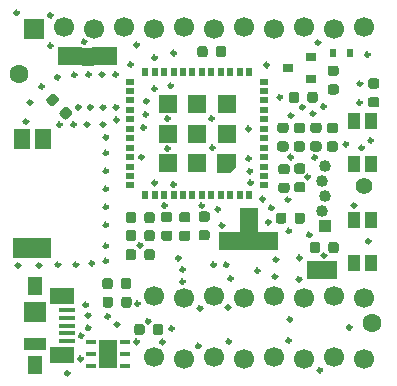
<source format=gbr>
%TF.GenerationSoftware,KiCad,Pcbnew,(5.1.8)-1*%
%TF.CreationDate,2021-03-28T09:39:19+02:00*%
%TF.ProjectId,KETCube_mainboard,4b455443-7562-4655-9f6d-61696e626f61,I*%
%TF.SameCoordinates,Original*%
%TF.FileFunction,Soldermask,Top*%
%TF.FilePolarity,Negative*%
%FSLAX46Y46*%
G04 Gerber Fmt 4.6, Leading zero omitted, Abs format (unit mm)*
G04 Created by KiCad (PCBNEW (5.1.8)-1) date 2021-03-28 09:39:19*
%MOMM*%
%LPD*%
G01*
G04 APERTURE LIST*
%ADD10C,0.300000*%
%ADD11C,0.100000*%
%ADD12C,0.050000*%
%ADD13R,0.600000X0.700000*%
%ADD14R,1.000000X1.000000*%
%ADD15R,1.600000X1.600000*%
%ADD16R,0.500000X0.800000*%
%ADD17R,0.800000X0.500000*%
%ADD18C,1.700000*%
%ADD19R,1.700000X1.700000*%
%ADD20C,1.010000*%
%ADD21R,1.010000X1.010000*%
%ADD22C,1.600000*%
%ADD23R,1.500000X2.400000*%
%ADD24R,0.860000X0.420000*%
%ADD25C,1.400000*%
%ADD26R,1.050000X1.400000*%
%ADD27R,1.500000X1.500000*%
%ADD28R,0.900000X0.800000*%
%ADD29R,1.300000X1.650000*%
%ADD30R,1.900000X1.000000*%
%ADD31R,1.900000X1.800000*%
%ADD32R,2.100000X1.425000*%
%ADD33R,1.380000X0.450000*%
%ADD34R,1.450000X1.700000*%
%ADD35R,3.200000X1.700000*%
G04 APERTURE END LIST*
D10*
X157604600Y-92316300D02*
G75*
G03*
X157604600Y-92316300I-150000J0D01*
G01*
X158544400Y-104330500D02*
G75*
G03*
X158544400Y-104330500I-150000J0D01*
G01*
X155737700Y-92481400D02*
G75*
G03*
X155737700Y-92481400I-150000J0D01*
G01*
X138224400Y-86233000D02*
G75*
G03*
X138224400Y-86233000I-150000J0D01*
G01*
X150416400Y-108712000D02*
G75*
G03*
X150416400Y-108712000I-150000J0D01*
G01*
X150467200Y-111607600D02*
G75*
G03*
X150467200Y-111607600I-150000J0D01*
G01*
X158176100Y-114033300D02*
G75*
G03*
X158176100Y-114033300I-150000J0D01*
G01*
X156410800Y-106337100D02*
G75*
G03*
X156410800Y-106337100I-150000J0D01*
G01*
X155636100Y-109728000D02*
G75*
G03*
X155636100Y-109728000I-150000J0D01*
G01*
X155534500Y-111518700D02*
G75*
G03*
X155534500Y-111518700I-150000J0D01*
G01*
X160678000Y-110413800D02*
G75*
G03*
X160678000Y-110413800I-150000J0D01*
G01*
X162278200Y-103124000D02*
G75*
G03*
X162278200Y-103124000I-150000J0D01*
G01*
X150619600Y-106273600D02*
G75*
G03*
X150619600Y-106273600I-150000J0D01*
G01*
X154378800Y-106121200D02*
G75*
G03*
X154378800Y-106121200I-150000J0D01*
G01*
X154467700Y-104686100D02*
G75*
G03*
X154467700Y-104686100I-150000J0D01*
G01*
X149883000Y-101777800D02*
G75*
G03*
X149883000Y-101777800I-150000J0D01*
G01*
X143431400Y-92379800D02*
G75*
G03*
X143431400Y-92379800I-150000J0D01*
G01*
X132509400Y-83781900D02*
G75*
G03*
X132509400Y-83781900I-150000J0D01*
G01*
X135366900Y-83997800D02*
G75*
G03*
X135366900Y-83997800I-150000J0D01*
G01*
X158023700Y-86309200D02*
G75*
G03*
X158023700Y-86309200I-150000J0D01*
G01*
X154785200Y-90919300D02*
G75*
G03*
X154785200Y-90919300I-150000J0D01*
G01*
X153667600Y-88201500D02*
G75*
G03*
X153667600Y-88201500I-150000J0D01*
G01*
X162202000Y-87312500D02*
G75*
G03*
X162202000Y-87312500I-150000J0D01*
G01*
X161719400Y-95211900D02*
G75*
G03*
X161719400Y-95211900I-150000J0D01*
G01*
X134617600Y-90017600D02*
G75*
G03*
X134617600Y-90017600I-150000J0D01*
G01*
X135963800Y-89230200D02*
G75*
G03*
X135963800Y-89230200I-150000J0D01*
G01*
X137386200Y-89027000D02*
G75*
G03*
X137386200Y-89027000I-150000J0D01*
G01*
X138605400Y-89001600D02*
G75*
G03*
X138605400Y-89001600I-150000J0D01*
G01*
X139748400Y-89001600D02*
G75*
G03*
X139748400Y-89001600I-150000J0D01*
G01*
X140891400Y-89001600D02*
G75*
G03*
X140891400Y-89001600I-150000J0D01*
G01*
X140916800Y-91770200D02*
G75*
G03*
X140916800Y-91770200I-150000J0D01*
G01*
X139824600Y-91770200D02*
G75*
G03*
X139824600Y-91770200I-150000J0D01*
G01*
X138732400Y-91770200D02*
G75*
G03*
X138732400Y-91770200I-150000J0D01*
G01*
X137716400Y-91770200D02*
G75*
G03*
X137716400Y-91770200I-150000J0D01*
G01*
X133652400Y-91363800D02*
G75*
G03*
X133652400Y-91363800I-150000J0D01*
G01*
X133296800Y-92989400D02*
G75*
G03*
X133296800Y-92989400I-150000J0D01*
G01*
X136141600Y-93243400D02*
G75*
G03*
X136141600Y-93243400I-150000J0D01*
G01*
X137335400Y-93230700D02*
G75*
G03*
X137335400Y-93230700I-150000J0D01*
G01*
X138478400Y-93230700D02*
G75*
G03*
X138478400Y-93230700I-150000J0D01*
G01*
X140954900Y-92849700D02*
G75*
G03*
X140954900Y-92849700I-150000J0D01*
G01*
X139811900Y-93230700D02*
G75*
G03*
X139811900Y-93230700I-150000J0D01*
G01*
X140065900Y-94310200D02*
G75*
G03*
X140065900Y-94310200I-150000J0D01*
G01*
X140065900Y-95643700D02*
G75*
G03*
X140065900Y-95643700I-150000J0D01*
G01*
X140065900Y-97167700D02*
G75*
G03*
X140065900Y-97167700I-150000J0D01*
G01*
X140065900Y-98691700D02*
G75*
G03*
X140065900Y-98691700I-150000J0D01*
G01*
X135366900Y-86563200D02*
G75*
G03*
X135366900Y-86563200I-150000J0D01*
G01*
X142148700Y-88150700D02*
G75*
G03*
X142148700Y-88150700I-150000J0D01*
G01*
X142669400Y-86499700D02*
G75*
G03*
X142669400Y-86499700I-150000J0D01*
G01*
X144193400Y-87579200D02*
G75*
G03*
X144193400Y-87579200I-150000J0D01*
G01*
X145793600Y-87198200D02*
G75*
G03*
X145793600Y-87198200I-150000J0D01*
G01*
X145565000Y-89954100D02*
G75*
G03*
X145565000Y-89954100I-150000J0D01*
G01*
X144168000Y-90208100D02*
G75*
G03*
X144168000Y-90208100I-150000J0D01*
G01*
X143494900Y-91262200D02*
G75*
G03*
X143494900Y-91262200I-150000J0D01*
G01*
X143240900Y-93484700D02*
G75*
G03*
X143240900Y-93484700I-150000J0D01*
G01*
X145272900Y-92722700D02*
G75*
G03*
X145272900Y-92722700I-150000J0D01*
G01*
X149019400Y-92722700D02*
G75*
G03*
X149019400Y-92722700I-150000J0D01*
G01*
X152130900Y-93611700D02*
G75*
G03*
X152130900Y-93611700I-150000J0D01*
G01*
X149082900Y-95199200D02*
G75*
G03*
X149082900Y-95199200I-150000J0D01*
G01*
X145272900Y-95262700D02*
G75*
G03*
X145272900Y-95262700I-150000J0D01*
G01*
X143075800Y-95999300D02*
G75*
G03*
X143075800Y-95999300I-150000J0D01*
G01*
X144193400Y-98183700D02*
G75*
G03*
X144193400Y-98183700I-150000J0D01*
G01*
X145780900Y-98310700D02*
G75*
G03*
X145780900Y-98310700I-150000J0D01*
G01*
X145018900Y-100088700D02*
G75*
G03*
X145018900Y-100088700I-150000J0D01*
G01*
X148181200Y-100101400D02*
G75*
G03*
X148181200Y-100101400I-150000J0D01*
G01*
X149527400Y-100406200D02*
G75*
G03*
X149527400Y-100406200I-150000J0D01*
G01*
X153820000Y-101498400D02*
G75*
G03*
X153820000Y-101498400I-150000J0D01*
G01*
X154061300Y-100291900D02*
G75*
G03*
X154061300Y-100291900I-150000J0D01*
G01*
X153324700Y-99555300D02*
G75*
G03*
X153324700Y-99555300I-150000J0D01*
G01*
X155471000Y-99593400D02*
G75*
G03*
X155471000Y-99593400I-150000J0D01*
G01*
X152321400Y-98171000D02*
G75*
G03*
X152321400Y-98171000I-150000J0D01*
G01*
X152245200Y-97180400D02*
G75*
G03*
X152245200Y-97180400I-150000J0D01*
G01*
X152143600Y-96113600D02*
G75*
G03*
X152143600Y-96113600I-150000J0D01*
G01*
X155699600Y-95999300D02*
G75*
G03*
X155699600Y-95999300I-150000J0D01*
G01*
X157147400Y-97675700D02*
G75*
G03*
X157147400Y-97675700I-150000J0D01*
G01*
X156702900Y-91770200D02*
G75*
G03*
X156702900Y-91770200I-150000J0D01*
G01*
X158480900Y-91706700D02*
G75*
G03*
X158480900Y-91706700I-150000J0D01*
G01*
X161541600Y-91389200D02*
G75*
G03*
X161541600Y-91389200I-150000J0D01*
G01*
X161567000Y-89776300D02*
G75*
G03*
X161567000Y-89776300I-150000J0D01*
G01*
X162481400Y-94576900D02*
G75*
G03*
X162481400Y-94576900I-150000J0D01*
G01*
X160385900Y-94894400D02*
G75*
G03*
X160385900Y-94894400I-150000J0D01*
G01*
X161084400Y-100088700D02*
G75*
G03*
X161084400Y-100088700I-150000J0D01*
G01*
X157274400Y-102577900D02*
G75*
G03*
X157274400Y-102577900I-150000J0D01*
G01*
X155559900Y-102247700D02*
G75*
G03*
X155559900Y-102247700I-150000J0D01*
G01*
X156448900Y-104533700D02*
G75*
G03*
X156448900Y-104533700I-150000J0D01*
G01*
X152892900Y-105613200D02*
G75*
G03*
X152892900Y-105613200I-150000J0D01*
G01*
X150238600Y-105117900D02*
G75*
G03*
X150238600Y-105117900I-150000J0D01*
G01*
X149184500Y-105105200D02*
G75*
G03*
X149184500Y-105105200I-150000J0D01*
G01*
X146200000Y-104546400D02*
G75*
G03*
X146200000Y-104546400I-150000J0D01*
G01*
X146555600Y-105498900D02*
G75*
G03*
X146555600Y-105498900I-150000J0D01*
G01*
X146555600Y-106540300D02*
G75*
G03*
X146555600Y-106540300I-150000J0D01*
G01*
X148028800Y-108788200D02*
G75*
G03*
X148028800Y-108788200I-150000J0D01*
G01*
X140065900Y-100215700D02*
G75*
G03*
X140065900Y-100215700I-150000J0D01*
G01*
X140065900Y-101739700D02*
G75*
G03*
X140065900Y-101739700I-150000J0D01*
G01*
X140065900Y-103517700D02*
G75*
G03*
X140065900Y-103517700I-150000J0D01*
G01*
X142948800Y-103454200D02*
G75*
G03*
X142948800Y-103454200I-150000J0D01*
G01*
X132636400Y-105168700D02*
G75*
G03*
X132636400Y-105168700I-150000J0D01*
G01*
X134414400Y-105168700D02*
G75*
G03*
X134414400Y-105168700I-150000J0D01*
G01*
X136001900Y-105105200D02*
G75*
G03*
X136001900Y-105105200I-150000J0D01*
G01*
X137525900Y-105105200D02*
G75*
G03*
X137525900Y-105105200I-150000J0D01*
G01*
X138859400Y-104978200D02*
G75*
G03*
X138859400Y-104978200I-150000J0D01*
G01*
X140065900Y-104787700D02*
G75*
G03*
X140065900Y-104787700I-150000J0D01*
G01*
X138364100Y-108508800D02*
G75*
G03*
X138364100Y-108508800I-150000J0D01*
G01*
X136802000Y-114300000D02*
G75*
G03*
X136802000Y-114300000I-150000J0D01*
G01*
X137970400Y-111125000D02*
G75*
G03*
X137970400Y-111125000I-150000J0D01*
G01*
X138554600Y-110464600D02*
G75*
G03*
X138554600Y-110464600I-150000J0D01*
G01*
X138554600Y-109385100D02*
G75*
G03*
X138554600Y-109385100I-150000J0D01*
G01*
X140205600Y-109474000D02*
G75*
G03*
X140205600Y-109474000I-150000J0D01*
G01*
X141018400Y-110159800D02*
G75*
G03*
X141018400Y-110159800I-150000J0D01*
G01*
X143634600Y-109880400D02*
G75*
G03*
X143634600Y-109880400I-150000J0D01*
G01*
X142656700Y-111633000D02*
G75*
G03*
X142656700Y-111633000I-150000J0D01*
G01*
X144853800Y-111658400D02*
G75*
G03*
X144853800Y-111658400I-150000J0D01*
G01*
X145615800Y-110502700D02*
G75*
G03*
X145615800Y-110502700I-150000J0D01*
G01*
X147876400Y-111988600D02*
G75*
G03*
X147876400Y-111988600I-150000J0D01*
G01*
X137919600Y-113080800D02*
G75*
G03*
X137919600Y-113080800I-150000J0D01*
G01*
X137970400Y-111125000D02*
G75*
G03*
X137970400Y-111125000I-150000J0D01*
G01*
X138554600Y-110464600D02*
G75*
G03*
X138554600Y-110464600I-150000J0D01*
G01*
X138554600Y-109397800D02*
G75*
G03*
X138554600Y-109397800I-150000J0D01*
G01*
X144853800Y-111658400D02*
G75*
G03*
X144853800Y-111658400I-150000J0D01*
G01*
X143634600Y-109880400D02*
G75*
G03*
X143634600Y-109880400I-150000J0D01*
G01*
X142745600Y-108407200D02*
G75*
G03*
X142745600Y-108407200I-150000J0D01*
G01*
X157731600Y-96012000D02*
G75*
G03*
X157731600Y-96012000I-150000J0D01*
G01*
D11*
%TO.C,IC1*%
G36*
X149347660Y-95702860D02*
G01*
X149347660Y-97302860D01*
X150447660Y-97302860D01*
X150947660Y-96802860D01*
X150947660Y-95702860D01*
X149347660Y-95702860D01*
G37*
D12*
%TO.C,S4*%
G36*
X138803400Y-88177200D02*
G01*
X137853400Y-88177200D01*
X137853400Y-86727200D01*
X138803400Y-86727200D01*
X138803400Y-88177200D01*
G37*
X138803400Y-88177200D02*
X137853400Y-88177200D01*
X137853400Y-86727200D01*
X138803400Y-86727200D01*
X138803400Y-88177200D01*
%TO.C,S2*%
G36*
X151505900Y-102748200D02*
G01*
X152455900Y-102748200D01*
X152455900Y-103798200D01*
X151505900Y-103798200D01*
X151505900Y-102748200D01*
G37*
X151505900Y-102748200D02*
X152455900Y-102748200D01*
X152455900Y-103798200D01*
X151505900Y-103798200D01*
X151505900Y-102748200D01*
G36*
X151255900Y-100348200D02*
G01*
X152705900Y-100348200D01*
X152705900Y-102298200D01*
X151255900Y-102298200D01*
X151255900Y-100348200D01*
G37*
X151255900Y-100348200D02*
X152705900Y-100348200D01*
X152705900Y-102298200D01*
X151255900Y-102298200D01*
X151255900Y-100348200D01*
%TO.C,S1*%
G36*
X159403900Y-106274700D02*
G01*
X157003900Y-106274700D01*
X157003900Y-104824700D01*
X159403900Y-104824700D01*
X159403900Y-106274700D01*
G37*
X159403900Y-106274700D02*
X157003900Y-106274700D01*
X157003900Y-104824700D01*
X159403900Y-104824700D01*
X159403900Y-106274700D01*
%TD*%
D13*
%TO.C,D4*%
X160554900Y-87198200D03*
X159154900Y-87198200D03*
%TD*%
D14*
%TO.C,IC1*%
X150147660Y-96502860D03*
D15*
X145147660Y-91502860D03*
X147647660Y-91502860D03*
X150147660Y-91502860D03*
X145147660Y-94002860D03*
X147647660Y-94002860D03*
X150147660Y-94002860D03*
X145147660Y-96502860D03*
X147647660Y-96502860D03*
D16*
X152047660Y-99202860D03*
X151247660Y-99202860D03*
X150447660Y-99202860D03*
X149647660Y-99202860D03*
X148847660Y-99202860D03*
X148047660Y-99202860D03*
X147247660Y-99202860D03*
X146447660Y-99202860D03*
X145647660Y-99202860D03*
X144847660Y-99202860D03*
X144047660Y-99202860D03*
X143247660Y-99202860D03*
D17*
X141997660Y-98402860D03*
X141997660Y-97602860D03*
X141997660Y-96802860D03*
X141997660Y-96002860D03*
X141997660Y-95202860D03*
X141997660Y-94402860D03*
X141997660Y-93602860D03*
X141997660Y-92802860D03*
X141997660Y-92002860D03*
X141997660Y-91202860D03*
X141997660Y-90402860D03*
X141997660Y-89602860D03*
D16*
X143247660Y-88802860D03*
X144047660Y-88802860D03*
X144847660Y-88802860D03*
X145647660Y-88802860D03*
X146447660Y-88802860D03*
X147247660Y-88802860D03*
X148047660Y-88802860D03*
X148847660Y-88802860D03*
X149647660Y-88802860D03*
X150447660Y-88802860D03*
X151247660Y-88802860D03*
X152047660Y-88802860D03*
D17*
X153297660Y-89602860D03*
X153297660Y-90402860D03*
X153297660Y-91202860D03*
X153297660Y-92002860D03*
X153297660Y-92802860D03*
X153297660Y-93602860D03*
X153297660Y-94402860D03*
X153297660Y-95202860D03*
X153297660Y-96002860D03*
X153297660Y-96802860D03*
X153297660Y-97602860D03*
X153297660Y-98402860D03*
%TD*%
D18*
%TO.C,J1*%
X161757660Y-107942860D03*
X159217660Y-107742860D03*
X143977660Y-107742860D03*
X156677660Y-107942860D03*
X154137660Y-107742860D03*
X151597660Y-107942860D03*
X146517660Y-107942860D03*
X149057660Y-107742860D03*
D19*
X133817660Y-85144860D03*
D18*
X136357660Y-84944860D03*
X138897660Y-85144860D03*
X141437660Y-84944860D03*
X143977660Y-85144860D03*
X146517660Y-84944860D03*
X149057660Y-85144860D03*
X151597660Y-84944860D03*
X154137660Y-85144860D03*
X156677660Y-84944860D03*
X159217660Y-85144860D03*
X161757660Y-84944860D03*
X143977660Y-112884860D03*
X146517660Y-113084860D03*
X149057660Y-112884860D03*
X151597660Y-113084860D03*
X154137660Y-112884860D03*
X156677660Y-113084860D03*
X159217660Y-112884860D03*
X161757660Y-113084860D03*
%TD*%
D20*
%TO.C,J3*%
X158430900Y-96786700D03*
X158230900Y-98056700D03*
X158430900Y-99326700D03*
X158230900Y-100596700D03*
D21*
X158430900Y-101866700D03*
%TD*%
%TO.C,C4*%
G36*
G01*
X157952150Y-93960200D02*
X157439650Y-93960200D01*
G75*
G02*
X157220900Y-93741450I0J218750D01*
G01*
X157220900Y-93303950D01*
G75*
G02*
X157439650Y-93085200I218750J0D01*
G01*
X157952150Y-93085200D01*
G75*
G02*
X158170900Y-93303950I0J-218750D01*
G01*
X158170900Y-93741450D01*
G75*
G02*
X157952150Y-93960200I-218750J0D01*
G01*
G37*
G36*
G01*
X157952150Y-95535200D02*
X157439650Y-95535200D01*
G75*
G02*
X157220900Y-95316450I0J218750D01*
G01*
X157220900Y-94878950D01*
G75*
G02*
X157439650Y-94660200I218750J0D01*
G01*
X157952150Y-94660200D01*
G75*
G02*
X158170900Y-94878950I0J-218750D01*
G01*
X158170900Y-95316450D01*
G75*
G02*
X157952150Y-95535200I-218750J0D01*
G01*
G37*
%TD*%
D22*
%TO.C,FID2*%
X162461400Y-110030200D03*
%TD*%
%TO.C,FID1*%
X132551400Y-88930200D03*
%TD*%
D23*
%TO.C,IC3*%
X140106400Y-112661700D03*
D24*
X141541400Y-113661700D03*
X141541400Y-111661700D03*
X141541400Y-112661700D03*
X138671400Y-113661700D03*
X138671400Y-111661700D03*
X138671400Y-112661700D03*
%TD*%
D25*
%TO.C,TP1*%
X161791400Y-98440200D03*
%TD*%
%TO.C,D7*%
G36*
G01*
X162841650Y-90213700D02*
X162329150Y-90213700D01*
G75*
G02*
X162110400Y-89994950I0J218750D01*
G01*
X162110400Y-89557450D01*
G75*
G02*
X162329150Y-89338700I218750J0D01*
G01*
X162841650Y-89338700D01*
G75*
G02*
X163060400Y-89557450I0J-218750D01*
G01*
X163060400Y-89994950D01*
G75*
G02*
X162841650Y-90213700I-218750J0D01*
G01*
G37*
G36*
G01*
X162841650Y-91788700D02*
X162329150Y-91788700D01*
G75*
G02*
X162110400Y-91569950I0J218750D01*
G01*
X162110400Y-91132450D01*
G75*
G02*
X162329150Y-90913700I218750J0D01*
G01*
X162841650Y-90913700D01*
G75*
G02*
X163060400Y-91132450I0J-218750D01*
G01*
X163060400Y-91569950D01*
G75*
G02*
X162841650Y-91788700I-218750J0D01*
G01*
G37*
%TD*%
D26*
%TO.C,SW2*%
X162342660Y-101346860D03*
X162342660Y-104946860D03*
X160892660Y-101346860D03*
X160892660Y-104946860D03*
%TD*%
%TO.C,SW1*%
X162342660Y-92964860D03*
X162342660Y-96564860D03*
X160892660Y-92964860D03*
X160892660Y-96564860D03*
%TD*%
D11*
%TO.C,S4*%
G36*
X139328400Y-87452200D02*
G01*
X139828400Y-86702200D01*
X140828400Y-86702200D01*
X140828400Y-88202200D01*
X139828400Y-88202200D01*
X139328400Y-87452200D01*
G37*
G36*
X137328400Y-87452200D02*
G01*
X136828400Y-88202200D01*
X135828400Y-88202200D01*
X135828400Y-86702200D01*
X136828400Y-86702200D01*
X137328400Y-87452200D01*
G37*
D27*
X137128400Y-87452200D03*
X139528400Y-87452200D03*
%TD*%
D11*
%TO.C,S2*%
G36*
X151230900Y-102774200D02*
G01*
X151230900Y-101624200D01*
X151980900Y-102124200D01*
X152730900Y-101624200D01*
X152730900Y-102774200D01*
X151230900Y-102774200D01*
G37*
G36*
X151980900Y-101824200D02*
G01*
X151230900Y-101324200D01*
X151230900Y-100324200D01*
X152730900Y-100324200D01*
X152730900Y-101324200D01*
X151980900Y-101824200D01*
G37*
G36*
X150980900Y-103073200D02*
G01*
X150480900Y-103823200D01*
X149480900Y-103823200D01*
X149480900Y-102323200D01*
X150480900Y-102323200D01*
X150980900Y-103073200D01*
G37*
G36*
X152980900Y-103073200D02*
G01*
X153480900Y-102323200D01*
X154480900Y-102323200D01*
X154480900Y-103823200D01*
X153480900Y-103823200D01*
X152980900Y-103073200D01*
G37*
D27*
X153180900Y-103073200D03*
X150780900Y-103073200D03*
%TD*%
D11*
%TO.C,S1*%
G36*
X158478900Y-105549700D02*
G01*
X157978900Y-106299700D01*
X156978900Y-106299700D01*
X156978900Y-104799700D01*
X157978900Y-104799700D01*
X158478900Y-105549700D01*
G37*
G36*
X159428900Y-106299700D02*
G01*
X158278900Y-106299700D01*
X158778900Y-105549700D01*
X158278900Y-104799700D01*
X159428900Y-104799700D01*
X159428900Y-106299700D01*
G37*
%TD*%
%TO.C,R9*%
G36*
G01*
X158744400Y-103911110D02*
X158744400Y-103398610D01*
G75*
G02*
X158963150Y-103179860I218750J0D01*
G01*
X159400650Y-103179860D01*
G75*
G02*
X159619400Y-103398610I0J-218750D01*
G01*
X159619400Y-103911110D01*
G75*
G02*
X159400650Y-104129860I-218750J0D01*
G01*
X158963150Y-104129860D01*
G75*
G02*
X158744400Y-103911110I0J218750D01*
G01*
G37*
G36*
G01*
X157169400Y-103911110D02*
X157169400Y-103398610D01*
G75*
G02*
X157388150Y-103179860I218750J0D01*
G01*
X157825650Y-103179860D01*
G75*
G02*
X158044400Y-103398610I0J-218750D01*
G01*
X158044400Y-103911110D01*
G75*
G02*
X157825650Y-104129860I-218750J0D01*
G01*
X157388150Y-104129860D01*
G75*
G02*
X157169400Y-103911110I0J218750D01*
G01*
G37*
%TD*%
%TO.C,R8*%
G36*
G01*
X140493000Y-106449150D02*
X140493000Y-106961650D01*
G75*
G02*
X140274250Y-107180400I-218750J0D01*
G01*
X139836750Y-107180400D01*
G75*
G02*
X139618000Y-106961650I0J218750D01*
G01*
X139618000Y-106449150D01*
G75*
G02*
X139836750Y-106230400I218750J0D01*
G01*
X140274250Y-106230400D01*
G75*
G02*
X140493000Y-106449150I0J-218750D01*
G01*
G37*
G36*
G01*
X142068000Y-106449150D02*
X142068000Y-106961650D01*
G75*
G02*
X141849250Y-107180400I-218750J0D01*
G01*
X141411750Y-107180400D01*
G75*
G02*
X141193000Y-106961650I0J218750D01*
G01*
X141193000Y-106449150D01*
G75*
G02*
X141411750Y-106230400I218750J0D01*
G01*
X141849250Y-106230400D01*
G75*
G02*
X142068000Y-106449150I0J-218750D01*
G01*
G37*
%TD*%
%TO.C,R7*%
G36*
G01*
X140518400Y-108023950D02*
X140518400Y-108536450D01*
G75*
G02*
X140299650Y-108755200I-218750J0D01*
G01*
X139862150Y-108755200D01*
G75*
G02*
X139643400Y-108536450I0J218750D01*
G01*
X139643400Y-108023950D01*
G75*
G02*
X139862150Y-107805200I218750J0D01*
G01*
X140299650Y-107805200D01*
G75*
G02*
X140518400Y-108023950I0J-218750D01*
G01*
G37*
G36*
G01*
X142093400Y-108023950D02*
X142093400Y-108536450D01*
G75*
G02*
X141874650Y-108755200I-218750J0D01*
G01*
X141437150Y-108755200D01*
G75*
G02*
X141218400Y-108536450I0J218750D01*
G01*
X141218400Y-108023950D01*
G75*
G02*
X141437150Y-107805200I218750J0D01*
G01*
X141874650Y-107805200D01*
G75*
G02*
X142093400Y-108023950I0J-218750D01*
G01*
G37*
%TD*%
%TO.C,R5*%
G36*
G01*
X148519400Y-86814950D02*
X148519400Y-87327450D01*
G75*
G02*
X148300650Y-87546200I-218750J0D01*
G01*
X147863150Y-87546200D01*
G75*
G02*
X147644400Y-87327450I0J218750D01*
G01*
X147644400Y-86814950D01*
G75*
G02*
X147863150Y-86596200I218750J0D01*
G01*
X148300650Y-86596200D01*
G75*
G02*
X148519400Y-86814950I0J-218750D01*
G01*
G37*
G36*
G01*
X150094400Y-86814950D02*
X150094400Y-87327450D01*
G75*
G02*
X149875650Y-87546200I-218750J0D01*
G01*
X149438150Y-87546200D01*
G75*
G02*
X149219400Y-87327450I0J218750D01*
G01*
X149219400Y-86814950D01*
G75*
G02*
X149438150Y-86596200I218750J0D01*
G01*
X149875650Y-86596200D01*
G75*
G02*
X150094400Y-86814950I0J-218750D01*
G01*
G37*
%TD*%
%TO.C,R4*%
G36*
G01*
X145315650Y-101516700D02*
X144803150Y-101516700D01*
G75*
G02*
X144584400Y-101297950I0J218750D01*
G01*
X144584400Y-100860450D01*
G75*
G02*
X144803150Y-100641700I218750J0D01*
G01*
X145315650Y-100641700D01*
G75*
G02*
X145534400Y-100860450I0J-218750D01*
G01*
X145534400Y-101297950D01*
G75*
G02*
X145315650Y-101516700I-218750J0D01*
G01*
G37*
G36*
G01*
X145315650Y-103091700D02*
X144803150Y-103091700D01*
G75*
G02*
X144584400Y-102872950I0J218750D01*
G01*
X144584400Y-102435450D01*
G75*
G02*
X144803150Y-102216700I218750J0D01*
G01*
X145315650Y-102216700D01*
G75*
G02*
X145534400Y-102435450I0J-218750D01*
G01*
X145534400Y-102872950D01*
G75*
G02*
X145315650Y-103091700I-218750J0D01*
G01*
G37*
%TD*%
%TO.C,R3*%
G36*
G01*
X158836650Y-94660200D02*
X159349150Y-94660200D01*
G75*
G02*
X159567900Y-94878950I0J-218750D01*
G01*
X159567900Y-95316450D01*
G75*
G02*
X159349150Y-95535200I-218750J0D01*
G01*
X158836650Y-95535200D01*
G75*
G02*
X158617900Y-95316450I0J218750D01*
G01*
X158617900Y-94878950D01*
G75*
G02*
X158836650Y-94660200I218750J0D01*
G01*
G37*
G36*
G01*
X158836650Y-93085200D02*
X159349150Y-93085200D01*
G75*
G02*
X159567900Y-93303950I0J-218750D01*
G01*
X159567900Y-93741450D01*
G75*
G02*
X159349150Y-93960200I-218750J0D01*
G01*
X158836650Y-93960200D01*
G75*
G02*
X158617900Y-93741450I0J218750D01*
G01*
X158617900Y-93303950D01*
G75*
G02*
X158836650Y-93085200I218750J0D01*
G01*
G37*
%TD*%
%TO.C,R2*%
G36*
G01*
X146839650Y-101526860D02*
X146327150Y-101526860D01*
G75*
G02*
X146108400Y-101308110I0J218750D01*
G01*
X146108400Y-100870610D01*
G75*
G02*
X146327150Y-100651860I218750J0D01*
G01*
X146839650Y-100651860D01*
G75*
G02*
X147058400Y-100870610I0J-218750D01*
G01*
X147058400Y-101308110D01*
G75*
G02*
X146839650Y-101526860I-218750J0D01*
G01*
G37*
G36*
G01*
X146839650Y-103101860D02*
X146327150Y-103101860D01*
G75*
G02*
X146108400Y-102883110I0J218750D01*
G01*
X146108400Y-102445610D01*
G75*
G02*
X146327150Y-102226860I218750J0D01*
G01*
X146839650Y-102226860D01*
G75*
G02*
X147058400Y-102445610I0J-218750D01*
G01*
X147058400Y-102883110D01*
G75*
G02*
X146839650Y-103101860I-218750J0D01*
G01*
G37*
%TD*%
%TO.C,R1*%
G36*
G01*
X147978150Y-102178700D02*
X148490650Y-102178700D01*
G75*
G02*
X148709400Y-102397450I0J-218750D01*
G01*
X148709400Y-102834950D01*
G75*
G02*
X148490650Y-103053700I-218750J0D01*
G01*
X147978150Y-103053700D01*
G75*
G02*
X147759400Y-102834950I0J218750D01*
G01*
X147759400Y-102397450D01*
G75*
G02*
X147978150Y-102178700I218750J0D01*
G01*
G37*
G36*
G01*
X147978150Y-100603700D02*
X148490650Y-100603700D01*
G75*
G02*
X148709400Y-100822450I0J-218750D01*
G01*
X148709400Y-101259950D01*
G75*
G02*
X148490650Y-101478700I-218750J0D01*
G01*
X147978150Y-101478700D01*
G75*
G02*
X147759400Y-101259950I0J218750D01*
G01*
X147759400Y-100822450D01*
G75*
G02*
X147978150Y-100603700I218750J0D01*
G01*
G37*
%TD*%
%TO.C,L1*%
G36*
G01*
X143171660Y-104523250D02*
X143171660Y-104010750D01*
G75*
G02*
X143390410Y-103792000I218750J0D01*
G01*
X143827910Y-103792000D01*
G75*
G02*
X144046660Y-104010750I0J-218750D01*
G01*
X144046660Y-104523250D01*
G75*
G02*
X143827910Y-104742000I-218750J0D01*
G01*
X143390410Y-104742000D01*
G75*
G02*
X143171660Y-104523250I0J218750D01*
G01*
G37*
G36*
G01*
X141596660Y-104523250D02*
X141596660Y-104010750D01*
G75*
G02*
X141815410Y-103792000I218750J0D01*
G01*
X142252910Y-103792000D01*
G75*
G02*
X142471660Y-104010750I0J-218750D01*
G01*
X142471660Y-104523250D01*
G75*
G02*
X142252910Y-104742000I-218750J0D01*
G01*
X141815410Y-104742000D01*
G75*
G02*
X141596660Y-104523250I0J218750D01*
G01*
G37*
%TD*%
D28*
%TO.C,IC2*%
X155298900Y-88468200D03*
X157298900Y-87518200D03*
X157298900Y-89418200D03*
%TD*%
D29*
%TO.C,H7*%
X133937660Y-113633860D03*
X133937660Y-106883860D03*
D30*
X133937660Y-111808860D03*
D31*
X133937660Y-109108860D03*
D32*
X136237660Y-107771860D03*
X136237660Y-112745860D03*
D33*
X136596660Y-111558860D03*
X136596660Y-110908860D03*
X136596660Y-110258860D03*
X136596660Y-109608860D03*
X136596660Y-108958860D03*
%TD*%
%TO.C,C12*%
G36*
G01*
X143171660Y-102895110D02*
X143171660Y-102382610D01*
G75*
G02*
X143390410Y-102163860I218750J0D01*
G01*
X143827910Y-102163860D01*
G75*
G02*
X144046660Y-102382610I0J-218750D01*
G01*
X144046660Y-102895110D01*
G75*
G02*
X143827910Y-103113860I-218750J0D01*
G01*
X143390410Y-103113860D01*
G75*
G02*
X143171660Y-102895110I0J218750D01*
G01*
G37*
G36*
G01*
X141596660Y-102895110D02*
X141596660Y-102382610D01*
G75*
G02*
X141815410Y-102163860I218750J0D01*
G01*
X142252910Y-102163860D01*
G75*
G02*
X142471660Y-102382610I0J-218750D01*
G01*
X142471660Y-102895110D01*
G75*
G02*
X142252910Y-103113860I-218750J0D01*
G01*
X141815410Y-103113860D01*
G75*
G02*
X141596660Y-102895110I0J218750D01*
G01*
G37*
%TD*%
%TO.C,C11*%
G36*
G01*
X136029951Y-92145544D02*
X136392344Y-91783151D01*
G75*
G02*
X136701704Y-91783151I154680J-154680D01*
G01*
X137011063Y-92092510D01*
G75*
G02*
X137011063Y-92401870I-154680J-154680D01*
G01*
X136648670Y-92764263D01*
G75*
G02*
X136339310Y-92764263I-154680J154680D01*
G01*
X136029951Y-92454904D01*
G75*
G02*
X136029951Y-92145544I154680J154680D01*
G01*
G37*
G36*
G01*
X134916257Y-91031850D02*
X135278650Y-90669457D01*
G75*
G02*
X135588010Y-90669457I154680J-154680D01*
G01*
X135897369Y-90978816D01*
G75*
G02*
X135897369Y-91288176I-154680J-154680D01*
G01*
X135534976Y-91650569D01*
G75*
G02*
X135225616Y-91650569I-154680J154680D01*
G01*
X134916257Y-91341210D01*
G75*
G02*
X134916257Y-91031850I154680J154680D01*
G01*
G37*
%TD*%
%TO.C,C10*%
G36*
G01*
X155186900Y-100911950D02*
X155186900Y-101424450D01*
G75*
G02*
X154968150Y-101643200I-218750J0D01*
G01*
X154530650Y-101643200D01*
G75*
G02*
X154311900Y-101424450I0J218750D01*
G01*
X154311900Y-100911950D01*
G75*
G02*
X154530650Y-100693200I218750J0D01*
G01*
X154968150Y-100693200D01*
G75*
G02*
X155186900Y-100911950I0J-218750D01*
G01*
G37*
G36*
G01*
X156761900Y-100911950D02*
X156761900Y-101424450D01*
G75*
G02*
X156543150Y-101643200I-218750J0D01*
G01*
X156105650Y-101643200D01*
G75*
G02*
X155886900Y-101424450I0J218750D01*
G01*
X155886900Y-100911950D01*
G75*
G02*
X156105650Y-100693200I218750J0D01*
G01*
X156543150Y-100693200D01*
G75*
G02*
X156761900Y-100911950I0J-218750D01*
G01*
G37*
%TD*%
%TO.C,C9*%
G36*
G01*
X143171660Y-101371110D02*
X143171660Y-100858610D01*
G75*
G02*
X143390410Y-100639860I218750J0D01*
G01*
X143827910Y-100639860D01*
G75*
G02*
X144046660Y-100858610I0J-218750D01*
G01*
X144046660Y-101371110D01*
G75*
G02*
X143827910Y-101589860I-218750J0D01*
G01*
X143390410Y-101589860D01*
G75*
G02*
X143171660Y-101371110I0J218750D01*
G01*
G37*
G36*
G01*
X141596660Y-101371110D02*
X141596660Y-100858610D01*
G75*
G02*
X141815410Y-100639860I218750J0D01*
G01*
X142252910Y-100639860D01*
G75*
G02*
X142471660Y-100858610I0J-218750D01*
G01*
X142471660Y-101371110D01*
G75*
G02*
X142252910Y-101589860I-218750J0D01*
G01*
X141815410Y-101589860D01*
G75*
G02*
X141596660Y-101371110I0J218750D01*
G01*
G37*
%TD*%
%TO.C,C8*%
G36*
G01*
X158900150Y-89834200D02*
X159412650Y-89834200D01*
G75*
G02*
X159631400Y-90052950I0J-218750D01*
G01*
X159631400Y-90490450D01*
G75*
G02*
X159412650Y-90709200I-218750J0D01*
G01*
X158900150Y-90709200D01*
G75*
G02*
X158681400Y-90490450I0J218750D01*
G01*
X158681400Y-90052950D01*
G75*
G02*
X158900150Y-89834200I218750J0D01*
G01*
G37*
G36*
G01*
X158900150Y-88259200D02*
X159412650Y-88259200D01*
G75*
G02*
X159631400Y-88477950I0J-218750D01*
G01*
X159631400Y-88915450D01*
G75*
G02*
X159412650Y-89134200I-218750J0D01*
G01*
X158900150Y-89134200D01*
G75*
G02*
X158681400Y-88915450I0J218750D01*
G01*
X158681400Y-88477950D01*
G75*
G02*
X158900150Y-88259200I218750J0D01*
G01*
G37*
%TD*%
%TO.C,C7*%
G36*
G01*
X156966400Y-91200950D02*
X156966400Y-90688450D01*
G75*
G02*
X157185150Y-90469700I218750J0D01*
G01*
X157622650Y-90469700D01*
G75*
G02*
X157841400Y-90688450I0J-218750D01*
G01*
X157841400Y-91200950D01*
G75*
G02*
X157622650Y-91419700I-218750J0D01*
G01*
X157185150Y-91419700D01*
G75*
G02*
X156966400Y-91200950I0J218750D01*
G01*
G37*
G36*
G01*
X155391400Y-91200950D02*
X155391400Y-90688450D01*
G75*
G02*
X155610150Y-90469700I218750J0D01*
G01*
X156047650Y-90469700D01*
G75*
G02*
X156266400Y-90688450I0J-218750D01*
G01*
X156266400Y-91200950D01*
G75*
G02*
X156047650Y-91419700I-218750J0D01*
G01*
X155610150Y-91419700D01*
G75*
G02*
X155391400Y-91200950I0J218750D01*
G01*
G37*
%TD*%
%TO.C,C6*%
G36*
G01*
X155158150Y-93960200D02*
X154645650Y-93960200D01*
G75*
G02*
X154426900Y-93741450I0J218750D01*
G01*
X154426900Y-93303950D01*
G75*
G02*
X154645650Y-93085200I218750J0D01*
G01*
X155158150Y-93085200D01*
G75*
G02*
X155376900Y-93303950I0J-218750D01*
G01*
X155376900Y-93741450D01*
G75*
G02*
X155158150Y-93960200I-218750J0D01*
G01*
G37*
G36*
G01*
X155158150Y-95535200D02*
X154645650Y-95535200D01*
G75*
G02*
X154426900Y-95316450I0J218750D01*
G01*
X154426900Y-94878950D01*
G75*
G02*
X154645650Y-94660200I218750J0D01*
G01*
X155158150Y-94660200D01*
G75*
G02*
X155376900Y-94878950I0J-218750D01*
G01*
X155376900Y-95316450D01*
G75*
G02*
X155158150Y-95535200I-218750J0D01*
G01*
G37*
%TD*%
%TO.C,C5*%
G36*
G01*
X156555150Y-93960200D02*
X156042650Y-93960200D01*
G75*
G02*
X155823900Y-93741450I0J218750D01*
G01*
X155823900Y-93303950D01*
G75*
G02*
X156042650Y-93085200I218750J0D01*
G01*
X156555150Y-93085200D01*
G75*
G02*
X156773900Y-93303950I0J-218750D01*
G01*
X156773900Y-93741450D01*
G75*
G02*
X156555150Y-93960200I-218750J0D01*
G01*
G37*
G36*
G01*
X156555150Y-95535200D02*
X156042650Y-95535200D01*
G75*
G02*
X155823900Y-95316450I0J218750D01*
G01*
X155823900Y-94878950D01*
G75*
G02*
X156042650Y-94660200I218750J0D01*
G01*
X156555150Y-94660200D01*
G75*
G02*
X156773900Y-94878950I0J-218750D01*
G01*
X156773900Y-95316450D01*
G75*
G02*
X156555150Y-95535200I-218750J0D01*
G01*
G37*
%TD*%
%TO.C,C3*%
G36*
G01*
X154734550Y-98152700D02*
X155247050Y-98152700D01*
G75*
G02*
X155465800Y-98371450I0J-218750D01*
G01*
X155465800Y-98808950D01*
G75*
G02*
X155247050Y-99027700I-218750J0D01*
G01*
X154734550Y-99027700D01*
G75*
G02*
X154515800Y-98808950I0J218750D01*
G01*
X154515800Y-98371450D01*
G75*
G02*
X154734550Y-98152700I218750J0D01*
G01*
G37*
G36*
G01*
X154734550Y-96577700D02*
X155247050Y-96577700D01*
G75*
G02*
X155465800Y-96796450I0J-218750D01*
G01*
X155465800Y-97233950D01*
G75*
G02*
X155247050Y-97452700I-218750J0D01*
G01*
X154734550Y-97452700D01*
G75*
G02*
X154515800Y-97233950I0J218750D01*
G01*
X154515800Y-96796450D01*
G75*
G02*
X154734550Y-96577700I218750J0D01*
G01*
G37*
%TD*%
%TO.C,C2*%
G36*
G01*
X156080750Y-98114600D02*
X156593250Y-98114600D01*
G75*
G02*
X156812000Y-98333350I0J-218750D01*
G01*
X156812000Y-98770850D01*
G75*
G02*
X156593250Y-98989600I-218750J0D01*
G01*
X156080750Y-98989600D01*
G75*
G02*
X155862000Y-98770850I0J218750D01*
G01*
X155862000Y-98333350D01*
G75*
G02*
X156080750Y-98114600I218750J0D01*
G01*
G37*
G36*
G01*
X156080750Y-96539600D02*
X156593250Y-96539600D01*
G75*
G02*
X156812000Y-96758350I0J-218750D01*
G01*
X156812000Y-97195850D01*
G75*
G02*
X156593250Y-97414600I-218750J0D01*
G01*
X156080750Y-97414600D01*
G75*
G02*
X155862000Y-97195850I0J218750D01*
G01*
X155862000Y-96758350D01*
G75*
G02*
X156080750Y-96539600I218750J0D01*
G01*
G37*
%TD*%
%TO.C,C1*%
G36*
G01*
X143185400Y-110335350D02*
X143185400Y-110847850D01*
G75*
G02*
X142966650Y-111066600I-218750J0D01*
G01*
X142529150Y-111066600D01*
G75*
G02*
X142310400Y-110847850I0J218750D01*
G01*
X142310400Y-110335350D01*
G75*
G02*
X142529150Y-110116600I218750J0D01*
G01*
X142966650Y-110116600D01*
G75*
G02*
X143185400Y-110335350I0J-218750D01*
G01*
G37*
G36*
G01*
X144760400Y-110335350D02*
X144760400Y-110847850D01*
G75*
G02*
X144541650Y-111066600I-218750J0D01*
G01*
X144104150Y-111066600D01*
G75*
G02*
X143885400Y-110847850I0J218750D01*
G01*
X143885400Y-110335350D01*
G75*
G02*
X144104150Y-110116600I218750J0D01*
G01*
X144541650Y-110116600D01*
G75*
G02*
X144760400Y-110335350I0J-218750D01*
G01*
G37*
%TD*%
D34*
%TO.C,AN2*%
X134577660Y-94482860D03*
X132777660Y-94482860D03*
D35*
X133677660Y-103682860D03*
%TD*%
M02*

</source>
